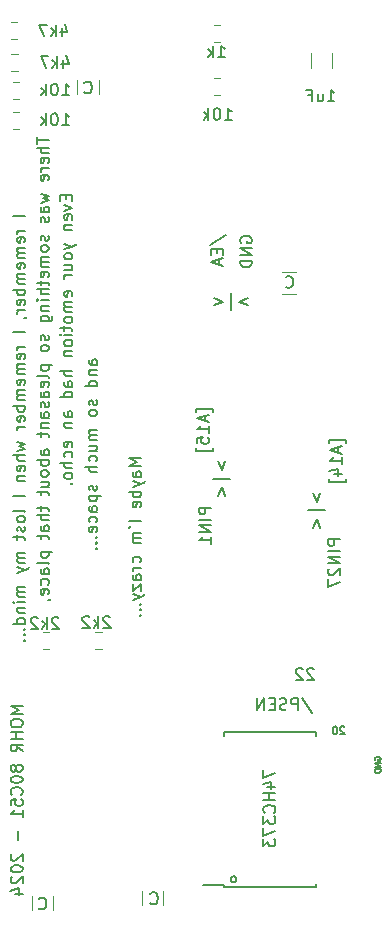
<source format=gbr>
%TF.GenerationSoftware,KiCad,Pcbnew,5.1.9+dfsg1-1+deb11u1*%
%TF.CreationDate,2024-10-31T16:52:42-07:00*%
%TF.ProjectId,8051,38303531-2e6b-4696-9361-645f70636258,rev?*%
%TF.SameCoordinates,Original*%
%TF.FileFunction,Legend,Bot*%
%TF.FilePolarity,Positive*%
%FSLAX46Y46*%
G04 Gerber Fmt 4.6, Leading zero omitted, Abs format (unit mm)*
G04 Created by KiCad (PCBNEW 5.1.9+dfsg1-1+deb11u1) date 2024-10-31 16:52:42*
%MOMM*%
%LPD*%
G01*
G04 APERTURE LIST*
%ADD10C,0.127000*%
%ADD11C,0.150000*%
%ADD12C,0.190500*%
%ADD13C,0.120000*%
G04 APERTURE END LIST*
D10*
X125183809Y-122212738D02*
X125153571Y-122182500D01*
X125093095Y-122152261D01*
X124941904Y-122152261D01*
X124881428Y-122182500D01*
X124851190Y-122212738D01*
X124820952Y-122273214D01*
X124820952Y-122333690D01*
X124851190Y-122424404D01*
X125214047Y-122787261D01*
X124820952Y-122787261D01*
X124427857Y-122152261D02*
X124367380Y-122152261D01*
X124306904Y-122182500D01*
X124276666Y-122212738D01*
X124246428Y-122273214D01*
X124216190Y-122394166D01*
X124216190Y-122545357D01*
X124246428Y-122666309D01*
X124276666Y-122726785D01*
X124306904Y-122757023D01*
X124367380Y-122787261D01*
X124427857Y-122787261D01*
X124488333Y-122757023D01*
X124518571Y-122726785D01*
X124548809Y-122666309D01*
X124579047Y-122545357D01*
X124579047Y-122394166D01*
X124548809Y-122273214D01*
X124518571Y-122212738D01*
X124488333Y-122182500D01*
X124427857Y-122152261D01*
D11*
X122611904Y-117297619D02*
X122564285Y-117250000D01*
X122469047Y-117202380D01*
X122230952Y-117202380D01*
X122135714Y-117250000D01*
X122088095Y-117297619D01*
X122040476Y-117392857D01*
X122040476Y-117488095D01*
X122088095Y-117630952D01*
X122659523Y-118202380D01*
X122040476Y-118202380D01*
X121659523Y-117297619D02*
X121611904Y-117250000D01*
X121516666Y-117202380D01*
X121278571Y-117202380D01*
X121183333Y-117250000D01*
X121135714Y-117297619D01*
X121088095Y-117392857D01*
X121088095Y-117488095D01*
X121135714Y-117630952D01*
X121707142Y-118202380D01*
X121088095Y-118202380D01*
D10*
X127796000Y-125012952D02*
X127771809Y-124964571D01*
X127771809Y-124892000D01*
X127796000Y-124819428D01*
X127844380Y-124771047D01*
X127892761Y-124746857D01*
X127989523Y-124722666D01*
X128062095Y-124722666D01*
X128158857Y-124746857D01*
X128207238Y-124771047D01*
X128255619Y-124819428D01*
X128279809Y-124892000D01*
X128279809Y-124940380D01*
X128255619Y-125012952D01*
X128231428Y-125037142D01*
X128062095Y-125037142D01*
X128062095Y-124940380D01*
X128279809Y-125254857D02*
X127771809Y-125254857D01*
X128279809Y-125545142D01*
X127771809Y-125545142D01*
X128279809Y-125787047D02*
X127771809Y-125787047D01*
X127771809Y-125908000D01*
X127796000Y-125980571D01*
X127844380Y-126028952D01*
X127892761Y-126053142D01*
X127989523Y-126077333D01*
X128062095Y-126077333D01*
X128158857Y-126053142D01*
X128207238Y-126028952D01*
X128255619Y-125980571D01*
X128279809Y-125908000D01*
X128279809Y-125787047D01*
D11*
X121573809Y-119704761D02*
X122430952Y-120990476D01*
X121240476Y-120752380D02*
X121240476Y-119752380D01*
X120859523Y-119752380D01*
X120764285Y-119800000D01*
X120716666Y-119847619D01*
X120669047Y-119942857D01*
X120669047Y-120085714D01*
X120716666Y-120180952D01*
X120764285Y-120228571D01*
X120859523Y-120276190D01*
X121240476Y-120276190D01*
X120288095Y-120704761D02*
X120145238Y-120752380D01*
X119907142Y-120752380D01*
X119811904Y-120704761D01*
X119764285Y-120657142D01*
X119716666Y-120561904D01*
X119716666Y-120466666D01*
X119764285Y-120371428D01*
X119811904Y-120323809D01*
X119907142Y-120276190D01*
X120097619Y-120228571D01*
X120192857Y-120180952D01*
X120240476Y-120133333D01*
X120288095Y-120038095D01*
X120288095Y-119942857D01*
X120240476Y-119847619D01*
X120192857Y-119800000D01*
X120097619Y-119752380D01*
X119859523Y-119752380D01*
X119716666Y-119800000D01*
X119288095Y-120228571D02*
X118954761Y-120228571D01*
X118811904Y-120752380D02*
X119288095Y-120752380D01*
X119288095Y-119752380D01*
X118811904Y-119752380D01*
X118383333Y-120752380D02*
X118383333Y-119752380D01*
X117811904Y-120752380D01*
X117811904Y-119752380D01*
X107952380Y-99457142D02*
X106952380Y-99457142D01*
X107666666Y-99790476D01*
X106952380Y-100123809D01*
X107952380Y-100123809D01*
X107952380Y-101028571D02*
X107428571Y-101028571D01*
X107333333Y-100980952D01*
X107285714Y-100885714D01*
X107285714Y-100695238D01*
X107333333Y-100600000D01*
X107904761Y-101028571D02*
X107952380Y-100933333D01*
X107952380Y-100695238D01*
X107904761Y-100600000D01*
X107809523Y-100552380D01*
X107714285Y-100552380D01*
X107619047Y-100600000D01*
X107571428Y-100695238D01*
X107571428Y-100933333D01*
X107523809Y-101028571D01*
X107285714Y-101409523D02*
X107952380Y-101647619D01*
X107285714Y-101885714D02*
X107952380Y-101647619D01*
X108190476Y-101552380D01*
X108238095Y-101504761D01*
X108285714Y-101409523D01*
X107952380Y-102266666D02*
X106952380Y-102266666D01*
X107333333Y-102266666D02*
X107285714Y-102361904D01*
X107285714Y-102552380D01*
X107333333Y-102647619D01*
X107380952Y-102695238D01*
X107476190Y-102742857D01*
X107761904Y-102742857D01*
X107857142Y-102695238D01*
X107904761Y-102647619D01*
X107952380Y-102552380D01*
X107952380Y-102361904D01*
X107904761Y-102266666D01*
X107904761Y-103552380D02*
X107952380Y-103457142D01*
X107952380Y-103266666D01*
X107904761Y-103171428D01*
X107809523Y-103123809D01*
X107428571Y-103123809D01*
X107333333Y-103171428D01*
X107285714Y-103266666D01*
X107285714Y-103457142D01*
X107333333Y-103552380D01*
X107428571Y-103600000D01*
X107523809Y-103600000D01*
X107619047Y-103123809D01*
X107952380Y-104790476D02*
X106952380Y-104790476D01*
X106952380Y-105314285D02*
X107142857Y-105219047D01*
X107952380Y-105742857D02*
X107285714Y-105742857D01*
X107380952Y-105742857D02*
X107333333Y-105790476D01*
X107285714Y-105885714D01*
X107285714Y-106028571D01*
X107333333Y-106123809D01*
X107428571Y-106171428D01*
X107952380Y-106171428D01*
X107428571Y-106171428D02*
X107333333Y-106219047D01*
X107285714Y-106314285D01*
X107285714Y-106457142D01*
X107333333Y-106552380D01*
X107428571Y-106600000D01*
X107952380Y-106600000D01*
X107904761Y-108266666D02*
X107952380Y-108171428D01*
X107952380Y-107980952D01*
X107904761Y-107885714D01*
X107857142Y-107838095D01*
X107761904Y-107790476D01*
X107476190Y-107790476D01*
X107380952Y-107838095D01*
X107333333Y-107885714D01*
X107285714Y-107980952D01*
X107285714Y-108171428D01*
X107333333Y-108266666D01*
X107952380Y-108695238D02*
X107285714Y-108695238D01*
X107476190Y-108695238D02*
X107380952Y-108742857D01*
X107333333Y-108790476D01*
X107285714Y-108885714D01*
X107285714Y-108980952D01*
X107952380Y-109742857D02*
X107428571Y-109742857D01*
X107333333Y-109695238D01*
X107285714Y-109600000D01*
X107285714Y-109409523D01*
X107333333Y-109314285D01*
X107904761Y-109742857D02*
X107952380Y-109647619D01*
X107952380Y-109409523D01*
X107904761Y-109314285D01*
X107809523Y-109266666D01*
X107714285Y-109266666D01*
X107619047Y-109314285D01*
X107571428Y-109409523D01*
X107571428Y-109647619D01*
X107523809Y-109742857D01*
X107285714Y-110123809D02*
X107285714Y-110647619D01*
X107952380Y-110123809D01*
X107952380Y-110647619D01*
X107285714Y-110933333D02*
X107952380Y-111171428D01*
X107285714Y-111409523D02*
X107952380Y-111171428D01*
X108190476Y-111076190D01*
X108238095Y-111028571D01*
X108285714Y-110933333D01*
X107857142Y-111790476D02*
X107904761Y-111838095D01*
X107952380Y-111790476D01*
X107904761Y-111742857D01*
X107857142Y-111790476D01*
X107952380Y-111790476D01*
X107857142Y-112266666D02*
X107904761Y-112314285D01*
X107952380Y-112266666D01*
X107904761Y-112219047D01*
X107857142Y-112266666D01*
X107952380Y-112266666D01*
X107857142Y-112742857D02*
X107904761Y-112790476D01*
X107952380Y-112742857D01*
X107904761Y-112695238D01*
X107857142Y-112742857D01*
X107952380Y-112742857D01*
X101628571Y-77185714D02*
X101628571Y-77519047D01*
X102152380Y-77661904D02*
X102152380Y-77185714D01*
X101152380Y-77185714D01*
X101152380Y-77661904D01*
X101485714Y-77995238D02*
X102152380Y-78233333D01*
X101485714Y-78471428D01*
X102104761Y-79233333D02*
X102152380Y-79138095D01*
X102152380Y-78947619D01*
X102104761Y-78852380D01*
X102009523Y-78804761D01*
X101628571Y-78804761D01*
X101533333Y-78852380D01*
X101485714Y-78947619D01*
X101485714Y-79138095D01*
X101533333Y-79233333D01*
X101628571Y-79280952D01*
X101723809Y-79280952D01*
X101819047Y-78804761D01*
X101485714Y-79709523D02*
X102152380Y-79709523D01*
X101580952Y-79709523D02*
X101533333Y-79757142D01*
X101485714Y-79852380D01*
X101485714Y-79995238D01*
X101533333Y-80090476D01*
X101628571Y-80138095D01*
X102152380Y-80138095D01*
X101485714Y-81280952D02*
X102152380Y-81519047D01*
X101485714Y-81757142D02*
X102152380Y-81519047D01*
X102390476Y-81423809D01*
X102438095Y-81376190D01*
X102485714Y-81280952D01*
X102152380Y-82280952D02*
X102104761Y-82185714D01*
X102057142Y-82138095D01*
X101961904Y-82090476D01*
X101676190Y-82090476D01*
X101580952Y-82138095D01*
X101533333Y-82185714D01*
X101485714Y-82280952D01*
X101485714Y-82423809D01*
X101533333Y-82519047D01*
X101580952Y-82566666D01*
X101676190Y-82614285D01*
X101961904Y-82614285D01*
X102057142Y-82566666D01*
X102104761Y-82519047D01*
X102152380Y-82423809D01*
X102152380Y-82280952D01*
X101485714Y-83471428D02*
X102152380Y-83471428D01*
X101485714Y-83042857D02*
X102009523Y-83042857D01*
X102104761Y-83090476D01*
X102152380Y-83185714D01*
X102152380Y-83328571D01*
X102104761Y-83423809D01*
X102057142Y-83471428D01*
X102152380Y-83947619D02*
X101485714Y-83947619D01*
X101676190Y-83947619D02*
X101580952Y-83995238D01*
X101533333Y-84042857D01*
X101485714Y-84138095D01*
X101485714Y-84233333D01*
X102104761Y-85709523D02*
X102152380Y-85614285D01*
X102152380Y-85423809D01*
X102104761Y-85328571D01*
X102009523Y-85280952D01*
X101628571Y-85280952D01*
X101533333Y-85328571D01*
X101485714Y-85423809D01*
X101485714Y-85614285D01*
X101533333Y-85709523D01*
X101628571Y-85757142D01*
X101723809Y-85757142D01*
X101819047Y-85280952D01*
X102152380Y-86185714D02*
X101485714Y-86185714D01*
X101580952Y-86185714D02*
X101533333Y-86233333D01*
X101485714Y-86328571D01*
X101485714Y-86471428D01*
X101533333Y-86566666D01*
X101628571Y-86614285D01*
X102152380Y-86614285D01*
X101628571Y-86614285D02*
X101533333Y-86661904D01*
X101485714Y-86757142D01*
X101485714Y-86899999D01*
X101533333Y-86995238D01*
X101628571Y-87042857D01*
X102152380Y-87042857D01*
X102152380Y-87661904D02*
X102104761Y-87566666D01*
X102057142Y-87519047D01*
X101961904Y-87471428D01*
X101676190Y-87471428D01*
X101580952Y-87519047D01*
X101533333Y-87566666D01*
X101485714Y-87661904D01*
X101485714Y-87804761D01*
X101533333Y-87899999D01*
X101580952Y-87947619D01*
X101676190Y-87995238D01*
X101961904Y-87995238D01*
X102057142Y-87947619D01*
X102104761Y-87899999D01*
X102152380Y-87804761D01*
X102152380Y-87661904D01*
X101485714Y-88280952D02*
X101485714Y-88661904D01*
X101152380Y-88423809D02*
X102009523Y-88423809D01*
X102104761Y-88471428D01*
X102152380Y-88566666D01*
X102152380Y-88661904D01*
X102152380Y-88995238D02*
X101485714Y-88995238D01*
X101152380Y-88995238D02*
X101200000Y-88947619D01*
X101247619Y-88995238D01*
X101200000Y-89042857D01*
X101152380Y-88995238D01*
X101247619Y-88995238D01*
X102152380Y-89614285D02*
X102104761Y-89519047D01*
X102057142Y-89471428D01*
X101961904Y-89423809D01*
X101676190Y-89423809D01*
X101580952Y-89471428D01*
X101533333Y-89519047D01*
X101485714Y-89614285D01*
X101485714Y-89757142D01*
X101533333Y-89852380D01*
X101580952Y-89899999D01*
X101676190Y-89947619D01*
X101961904Y-89947619D01*
X102057142Y-89899999D01*
X102104761Y-89852380D01*
X102152380Y-89757142D01*
X102152380Y-89614285D01*
X101485714Y-90376190D02*
X102152380Y-90376190D01*
X101580952Y-90376190D02*
X101533333Y-90423809D01*
X101485714Y-90519047D01*
X101485714Y-90661904D01*
X101533333Y-90757142D01*
X101628571Y-90804761D01*
X102152380Y-90804761D01*
X102152380Y-92042857D02*
X101152380Y-92042857D01*
X102152380Y-92471428D02*
X101628571Y-92471428D01*
X101533333Y-92423809D01*
X101485714Y-92328571D01*
X101485714Y-92185714D01*
X101533333Y-92090476D01*
X101580952Y-92042857D01*
X102152380Y-93376190D02*
X101628571Y-93376190D01*
X101533333Y-93328571D01*
X101485714Y-93233333D01*
X101485714Y-93042857D01*
X101533333Y-92947619D01*
X102104761Y-93376190D02*
X102152380Y-93280952D01*
X102152380Y-93042857D01*
X102104761Y-92947619D01*
X102009523Y-92899999D01*
X101914285Y-92899999D01*
X101819047Y-92947619D01*
X101771428Y-93042857D01*
X101771428Y-93280952D01*
X101723809Y-93376190D01*
X102152380Y-94280952D02*
X101152380Y-94280952D01*
X102104761Y-94280952D02*
X102152380Y-94185714D01*
X102152380Y-93995238D01*
X102104761Y-93899999D01*
X102057142Y-93852380D01*
X101961904Y-93804761D01*
X101676190Y-93804761D01*
X101580952Y-93852380D01*
X101533333Y-93899999D01*
X101485714Y-93995238D01*
X101485714Y-94185714D01*
X101533333Y-94280952D01*
X102152380Y-95947619D02*
X101628571Y-95947619D01*
X101533333Y-95899999D01*
X101485714Y-95804761D01*
X101485714Y-95614285D01*
X101533333Y-95519047D01*
X102104761Y-95947619D02*
X102152380Y-95852380D01*
X102152380Y-95614285D01*
X102104761Y-95519047D01*
X102009523Y-95471428D01*
X101914285Y-95471428D01*
X101819047Y-95519047D01*
X101771428Y-95614285D01*
X101771428Y-95852380D01*
X101723809Y-95947619D01*
X101485714Y-96423809D02*
X102152380Y-96423809D01*
X101580952Y-96423809D02*
X101533333Y-96471428D01*
X101485714Y-96566666D01*
X101485714Y-96709523D01*
X101533333Y-96804761D01*
X101628571Y-96852380D01*
X102152380Y-96852380D01*
X102104761Y-98471428D02*
X102152380Y-98376190D01*
X102152380Y-98185714D01*
X102104761Y-98090476D01*
X102009523Y-98042857D01*
X101628571Y-98042857D01*
X101533333Y-98090476D01*
X101485714Y-98185714D01*
X101485714Y-98376190D01*
X101533333Y-98471428D01*
X101628571Y-98519047D01*
X101723809Y-98519047D01*
X101819047Y-98042857D01*
X102104761Y-99376190D02*
X102152380Y-99280952D01*
X102152380Y-99090476D01*
X102104761Y-98995238D01*
X102057142Y-98947619D01*
X101961904Y-98899999D01*
X101676190Y-98899999D01*
X101580952Y-98947619D01*
X101533333Y-98995238D01*
X101485714Y-99090476D01*
X101485714Y-99280952D01*
X101533333Y-99376190D01*
X102152380Y-99804761D02*
X101152380Y-99804761D01*
X102152380Y-100233333D02*
X101628571Y-100233333D01*
X101533333Y-100185714D01*
X101485714Y-100090476D01*
X101485714Y-99947619D01*
X101533333Y-99852380D01*
X101580952Y-99804761D01*
X102152380Y-100852380D02*
X102104761Y-100757142D01*
X102057142Y-100709523D01*
X101961904Y-100661904D01*
X101676190Y-100661904D01*
X101580952Y-100709523D01*
X101533333Y-100757142D01*
X101485714Y-100852380D01*
X101485714Y-100995238D01*
X101533333Y-101090476D01*
X101580952Y-101138095D01*
X101676190Y-101185714D01*
X101961904Y-101185714D01*
X102057142Y-101138095D01*
X102104761Y-101090476D01*
X102152380Y-100995238D01*
X102152380Y-100852380D01*
X102057142Y-101614285D02*
X102104761Y-101661904D01*
X102152380Y-101614285D01*
X102104761Y-101566666D01*
X102057142Y-101614285D01*
X102152380Y-101614285D01*
X99152380Y-72233333D02*
X99152380Y-72804761D01*
X100152380Y-72519047D02*
X99152380Y-72519047D01*
X100152380Y-73138095D02*
X99152380Y-73138095D01*
X100152380Y-73566666D02*
X99628571Y-73566666D01*
X99533333Y-73519047D01*
X99485714Y-73423809D01*
X99485714Y-73280952D01*
X99533333Y-73185714D01*
X99580952Y-73138095D01*
X100104761Y-74423809D02*
X100152380Y-74328571D01*
X100152380Y-74138095D01*
X100104761Y-74042857D01*
X100009523Y-73995238D01*
X99628571Y-73995238D01*
X99533333Y-74042857D01*
X99485714Y-74138095D01*
X99485714Y-74328571D01*
X99533333Y-74423809D01*
X99628571Y-74471428D01*
X99723809Y-74471428D01*
X99819047Y-73995238D01*
X100152380Y-74900000D02*
X99485714Y-74900000D01*
X99676190Y-74900000D02*
X99580952Y-74947619D01*
X99533333Y-74995238D01*
X99485714Y-75090476D01*
X99485714Y-75185714D01*
X100104761Y-75900000D02*
X100152380Y-75804761D01*
X100152380Y-75614285D01*
X100104761Y-75519047D01*
X100009523Y-75471428D01*
X99628571Y-75471428D01*
X99533333Y-75519047D01*
X99485714Y-75614285D01*
X99485714Y-75804761D01*
X99533333Y-75900000D01*
X99628571Y-75947619D01*
X99723809Y-75947619D01*
X99819047Y-75471428D01*
X99485714Y-77042857D02*
X100152380Y-77233333D01*
X99676190Y-77423809D01*
X100152380Y-77614285D01*
X99485714Y-77804761D01*
X100152380Y-78614285D02*
X99628571Y-78614285D01*
X99533333Y-78566666D01*
X99485714Y-78471428D01*
X99485714Y-78280952D01*
X99533333Y-78185714D01*
X100104761Y-78614285D02*
X100152380Y-78519047D01*
X100152380Y-78280952D01*
X100104761Y-78185714D01*
X100009523Y-78138095D01*
X99914285Y-78138095D01*
X99819047Y-78185714D01*
X99771428Y-78280952D01*
X99771428Y-78519047D01*
X99723809Y-78614285D01*
X100104761Y-79042857D02*
X100152380Y-79138095D01*
X100152380Y-79328571D01*
X100104761Y-79423809D01*
X100009523Y-79471428D01*
X99961904Y-79471428D01*
X99866666Y-79423809D01*
X99819047Y-79328571D01*
X99819047Y-79185714D01*
X99771428Y-79090476D01*
X99676190Y-79042857D01*
X99628571Y-79042857D01*
X99533333Y-79090476D01*
X99485714Y-79185714D01*
X99485714Y-79328571D01*
X99533333Y-79423809D01*
X100104761Y-80614285D02*
X100152380Y-80709523D01*
X100152380Y-80900000D01*
X100104761Y-80995238D01*
X100009523Y-81042857D01*
X99961904Y-81042857D01*
X99866666Y-80995238D01*
X99819047Y-80900000D01*
X99819047Y-80757142D01*
X99771428Y-80661904D01*
X99676190Y-80614285D01*
X99628571Y-80614285D01*
X99533333Y-80661904D01*
X99485714Y-80757142D01*
X99485714Y-80900000D01*
X99533333Y-80995238D01*
X100152380Y-81614285D02*
X100104761Y-81519047D01*
X100057142Y-81471428D01*
X99961904Y-81423809D01*
X99676190Y-81423809D01*
X99580952Y-81471428D01*
X99533333Y-81519047D01*
X99485714Y-81614285D01*
X99485714Y-81757142D01*
X99533333Y-81852380D01*
X99580952Y-81900000D01*
X99676190Y-81947619D01*
X99961904Y-81947619D01*
X100057142Y-81900000D01*
X100104761Y-81852380D01*
X100152380Y-81757142D01*
X100152380Y-81614285D01*
X100152380Y-82376190D02*
X99485714Y-82376190D01*
X99580952Y-82376190D02*
X99533333Y-82423809D01*
X99485714Y-82519047D01*
X99485714Y-82661904D01*
X99533333Y-82757142D01*
X99628571Y-82804761D01*
X100152380Y-82804761D01*
X99628571Y-82804761D02*
X99533333Y-82852380D01*
X99485714Y-82947619D01*
X99485714Y-83090476D01*
X99533333Y-83185714D01*
X99628571Y-83233333D01*
X100152380Y-83233333D01*
X100104761Y-84090476D02*
X100152380Y-83995238D01*
X100152380Y-83804761D01*
X100104761Y-83709523D01*
X100009523Y-83661904D01*
X99628571Y-83661904D01*
X99533333Y-83709523D01*
X99485714Y-83804761D01*
X99485714Y-83995238D01*
X99533333Y-84090476D01*
X99628571Y-84138095D01*
X99723809Y-84138095D01*
X99819047Y-83661904D01*
X99485714Y-84423809D02*
X99485714Y-84804761D01*
X99152380Y-84566666D02*
X100009523Y-84566666D01*
X100104761Y-84614285D01*
X100152380Y-84709523D01*
X100152380Y-84804761D01*
X100152380Y-85138095D02*
X99152380Y-85138095D01*
X100152380Y-85566666D02*
X99628571Y-85566666D01*
X99533333Y-85519047D01*
X99485714Y-85423809D01*
X99485714Y-85280952D01*
X99533333Y-85185714D01*
X99580952Y-85138095D01*
X100152380Y-86042857D02*
X99485714Y-86042857D01*
X99152380Y-86042857D02*
X99200000Y-85995238D01*
X99247619Y-86042857D01*
X99200000Y-86090476D01*
X99152380Y-86042857D01*
X99247619Y-86042857D01*
X99485714Y-86519047D02*
X100152380Y-86519047D01*
X99580952Y-86519047D02*
X99533333Y-86566666D01*
X99485714Y-86661904D01*
X99485714Y-86804761D01*
X99533333Y-86900000D01*
X99628571Y-86947619D01*
X100152380Y-86947619D01*
X99485714Y-87852380D02*
X100295238Y-87852380D01*
X100390476Y-87804761D01*
X100438095Y-87757142D01*
X100485714Y-87661904D01*
X100485714Y-87519047D01*
X100438095Y-87423809D01*
X100104761Y-87852380D02*
X100152380Y-87757142D01*
X100152380Y-87566666D01*
X100104761Y-87471428D01*
X100057142Y-87423809D01*
X99961904Y-87376190D01*
X99676190Y-87376190D01*
X99580952Y-87423809D01*
X99533333Y-87471428D01*
X99485714Y-87566666D01*
X99485714Y-87757142D01*
X99533333Y-87852380D01*
X100104761Y-89042857D02*
X100152380Y-89138095D01*
X100152380Y-89328571D01*
X100104761Y-89423809D01*
X100009523Y-89471428D01*
X99961904Y-89471428D01*
X99866666Y-89423809D01*
X99819047Y-89328571D01*
X99819047Y-89185714D01*
X99771428Y-89090476D01*
X99676190Y-89042857D01*
X99628571Y-89042857D01*
X99533333Y-89090476D01*
X99485714Y-89185714D01*
X99485714Y-89328571D01*
X99533333Y-89423809D01*
X100152380Y-90042857D02*
X100104761Y-89947619D01*
X100057142Y-89899999D01*
X99961904Y-89852380D01*
X99676190Y-89852380D01*
X99580952Y-89899999D01*
X99533333Y-89947619D01*
X99485714Y-90042857D01*
X99485714Y-90185714D01*
X99533333Y-90280952D01*
X99580952Y-90328571D01*
X99676190Y-90376190D01*
X99961904Y-90376190D01*
X100057142Y-90328571D01*
X100104761Y-90280952D01*
X100152380Y-90185714D01*
X100152380Y-90042857D01*
X99485714Y-91566666D02*
X100485714Y-91566666D01*
X99533333Y-91566666D02*
X99485714Y-91661904D01*
X99485714Y-91852380D01*
X99533333Y-91947619D01*
X99580952Y-91995238D01*
X99676190Y-92042857D01*
X99961904Y-92042857D01*
X100057142Y-91995238D01*
X100104761Y-91947619D01*
X100152380Y-91852380D01*
X100152380Y-91661904D01*
X100104761Y-91566666D01*
X100152380Y-92614285D02*
X100104761Y-92519047D01*
X100009523Y-92471428D01*
X99152380Y-92471428D01*
X100104761Y-93376190D02*
X100152380Y-93280952D01*
X100152380Y-93090476D01*
X100104761Y-92995238D01*
X100009523Y-92947619D01*
X99628571Y-92947619D01*
X99533333Y-92995238D01*
X99485714Y-93090476D01*
X99485714Y-93280952D01*
X99533333Y-93376190D01*
X99628571Y-93423809D01*
X99723809Y-93423809D01*
X99819047Y-92947619D01*
X100152380Y-94280952D02*
X99628571Y-94280952D01*
X99533333Y-94233333D01*
X99485714Y-94138095D01*
X99485714Y-93947619D01*
X99533333Y-93852380D01*
X100104761Y-94280952D02*
X100152380Y-94185714D01*
X100152380Y-93947619D01*
X100104761Y-93852380D01*
X100009523Y-93804761D01*
X99914285Y-93804761D01*
X99819047Y-93852380D01*
X99771428Y-93947619D01*
X99771428Y-94185714D01*
X99723809Y-94280952D01*
X100104761Y-94709523D02*
X100152380Y-94804761D01*
X100152380Y-94995238D01*
X100104761Y-95090476D01*
X100009523Y-95138095D01*
X99961904Y-95138095D01*
X99866666Y-95090476D01*
X99819047Y-94995238D01*
X99819047Y-94852380D01*
X99771428Y-94757142D01*
X99676190Y-94709523D01*
X99628571Y-94709523D01*
X99533333Y-94757142D01*
X99485714Y-94852380D01*
X99485714Y-94995238D01*
X99533333Y-95090476D01*
X100152380Y-95995238D02*
X99628571Y-95995238D01*
X99533333Y-95947619D01*
X99485714Y-95852380D01*
X99485714Y-95661904D01*
X99533333Y-95566666D01*
X100104761Y-95995238D02*
X100152380Y-95899999D01*
X100152380Y-95661904D01*
X100104761Y-95566666D01*
X100009523Y-95519047D01*
X99914285Y-95519047D01*
X99819047Y-95566666D01*
X99771428Y-95661904D01*
X99771428Y-95899999D01*
X99723809Y-95995238D01*
X99485714Y-96471428D02*
X100152380Y-96471428D01*
X99580952Y-96471428D02*
X99533333Y-96519047D01*
X99485714Y-96614285D01*
X99485714Y-96757142D01*
X99533333Y-96852380D01*
X99628571Y-96899999D01*
X100152380Y-96899999D01*
X99485714Y-97233333D02*
X99485714Y-97614285D01*
X99152380Y-97376190D02*
X100009523Y-97376190D01*
X100104761Y-97423809D01*
X100152380Y-97519047D01*
X100152380Y-97614285D01*
X100152380Y-99138095D02*
X99628571Y-99138095D01*
X99533333Y-99090476D01*
X99485714Y-98995238D01*
X99485714Y-98804761D01*
X99533333Y-98709523D01*
X100104761Y-99138095D02*
X100152380Y-99042857D01*
X100152380Y-98804761D01*
X100104761Y-98709523D01*
X100009523Y-98661904D01*
X99914285Y-98661904D01*
X99819047Y-98709523D01*
X99771428Y-98804761D01*
X99771428Y-99042857D01*
X99723809Y-99138095D01*
X100152380Y-99614285D02*
X99152380Y-99614285D01*
X99533333Y-99614285D02*
X99485714Y-99709523D01*
X99485714Y-99899999D01*
X99533333Y-99995238D01*
X99580952Y-100042857D01*
X99676190Y-100090476D01*
X99961904Y-100090476D01*
X100057142Y-100042857D01*
X100104761Y-99995238D01*
X100152380Y-99899999D01*
X100152380Y-99709523D01*
X100104761Y-99614285D01*
X100152380Y-100661904D02*
X100104761Y-100566666D01*
X100057142Y-100519047D01*
X99961904Y-100471428D01*
X99676190Y-100471428D01*
X99580952Y-100519047D01*
X99533333Y-100566666D01*
X99485714Y-100661904D01*
X99485714Y-100804761D01*
X99533333Y-100899999D01*
X99580952Y-100947619D01*
X99676190Y-100995238D01*
X99961904Y-100995238D01*
X100057142Y-100947619D01*
X100104761Y-100899999D01*
X100152380Y-100804761D01*
X100152380Y-100661904D01*
X99485714Y-101852380D02*
X100152380Y-101852380D01*
X99485714Y-101423809D02*
X100009523Y-101423809D01*
X100104761Y-101471428D01*
X100152380Y-101566666D01*
X100152380Y-101709523D01*
X100104761Y-101804761D01*
X100057142Y-101852380D01*
X99485714Y-102185714D02*
X99485714Y-102566666D01*
X99152380Y-102328571D02*
X100009523Y-102328571D01*
X100104761Y-102376190D01*
X100152380Y-102471428D01*
X100152380Y-102566666D01*
X99485714Y-103519047D02*
X99485714Y-103899999D01*
X99152380Y-103661904D02*
X100009523Y-103661904D01*
X100104761Y-103709523D01*
X100152380Y-103804761D01*
X100152380Y-103899999D01*
X100152380Y-104233333D02*
X99152380Y-104233333D01*
X100152380Y-104661904D02*
X99628571Y-104661904D01*
X99533333Y-104614285D01*
X99485714Y-104519047D01*
X99485714Y-104376190D01*
X99533333Y-104280952D01*
X99580952Y-104233333D01*
X100152380Y-105566666D02*
X99628571Y-105566666D01*
X99533333Y-105519047D01*
X99485714Y-105423809D01*
X99485714Y-105233333D01*
X99533333Y-105138095D01*
X100104761Y-105566666D02*
X100152380Y-105471428D01*
X100152380Y-105233333D01*
X100104761Y-105138095D01*
X100009523Y-105090476D01*
X99914285Y-105090476D01*
X99819047Y-105138095D01*
X99771428Y-105233333D01*
X99771428Y-105471428D01*
X99723809Y-105566666D01*
X99485714Y-105899999D02*
X99485714Y-106280952D01*
X99152380Y-106042857D02*
X100009523Y-106042857D01*
X100104761Y-106090476D01*
X100152380Y-106185714D01*
X100152380Y-106280952D01*
X99485714Y-107376190D02*
X100485714Y-107376190D01*
X99533333Y-107376190D02*
X99485714Y-107471428D01*
X99485714Y-107661904D01*
X99533333Y-107757142D01*
X99580952Y-107804761D01*
X99676190Y-107852380D01*
X99961904Y-107852380D01*
X100057142Y-107804761D01*
X100104761Y-107757142D01*
X100152380Y-107661904D01*
X100152380Y-107471428D01*
X100104761Y-107376190D01*
X100152380Y-108423809D02*
X100104761Y-108328571D01*
X100009523Y-108280952D01*
X99152380Y-108280952D01*
X100152380Y-109233333D02*
X99628571Y-109233333D01*
X99533333Y-109185714D01*
X99485714Y-109090476D01*
X99485714Y-108899999D01*
X99533333Y-108804761D01*
X100104761Y-109233333D02*
X100152380Y-109138095D01*
X100152380Y-108899999D01*
X100104761Y-108804761D01*
X100009523Y-108757142D01*
X99914285Y-108757142D01*
X99819047Y-108804761D01*
X99771428Y-108899999D01*
X99771428Y-109138095D01*
X99723809Y-109233333D01*
X100104761Y-110138095D02*
X100152380Y-110042857D01*
X100152380Y-109852380D01*
X100104761Y-109757142D01*
X100057142Y-109709523D01*
X99961904Y-109661904D01*
X99676190Y-109661904D01*
X99580952Y-109709523D01*
X99533333Y-109757142D01*
X99485714Y-109852380D01*
X99485714Y-110042857D01*
X99533333Y-110138095D01*
X100104761Y-110947619D02*
X100152380Y-110852380D01*
X100152380Y-110661904D01*
X100104761Y-110566666D01*
X100009523Y-110519047D01*
X99628571Y-110519047D01*
X99533333Y-110566666D01*
X99485714Y-110661904D01*
X99485714Y-110852380D01*
X99533333Y-110947619D01*
X99628571Y-110995238D01*
X99723809Y-110995238D01*
X99819047Y-110519047D01*
X100104761Y-111471428D02*
X100152380Y-111471428D01*
X100247619Y-111423809D01*
X100295238Y-111376190D01*
X104252380Y-91528571D02*
X103728571Y-91528571D01*
X103633333Y-91480952D01*
X103585714Y-91385714D01*
X103585714Y-91195238D01*
X103633333Y-91100000D01*
X104204761Y-91528571D02*
X104252380Y-91433333D01*
X104252380Y-91195238D01*
X104204761Y-91100000D01*
X104109523Y-91052380D01*
X104014285Y-91052380D01*
X103919047Y-91100000D01*
X103871428Y-91195238D01*
X103871428Y-91433333D01*
X103823809Y-91528571D01*
X103585714Y-92004761D02*
X104252380Y-92004761D01*
X103680952Y-92004761D02*
X103633333Y-92052380D01*
X103585714Y-92147619D01*
X103585714Y-92290476D01*
X103633333Y-92385714D01*
X103728571Y-92433333D01*
X104252380Y-92433333D01*
X104252380Y-93338095D02*
X103252380Y-93338095D01*
X104204761Y-93338095D02*
X104252380Y-93242857D01*
X104252380Y-93052380D01*
X104204761Y-92957142D01*
X104157142Y-92909523D01*
X104061904Y-92861904D01*
X103776190Y-92861904D01*
X103680952Y-92909523D01*
X103633333Y-92957142D01*
X103585714Y-93052380D01*
X103585714Y-93242857D01*
X103633333Y-93338095D01*
X104204761Y-94528571D02*
X104252380Y-94623809D01*
X104252380Y-94814285D01*
X104204761Y-94909523D01*
X104109523Y-94957142D01*
X104061904Y-94957142D01*
X103966666Y-94909523D01*
X103919047Y-94814285D01*
X103919047Y-94671428D01*
X103871428Y-94576190D01*
X103776190Y-94528571D01*
X103728571Y-94528571D01*
X103633333Y-94576190D01*
X103585714Y-94671428D01*
X103585714Y-94814285D01*
X103633333Y-94909523D01*
X104252380Y-95528571D02*
X104204761Y-95433333D01*
X104157142Y-95385714D01*
X104061904Y-95338095D01*
X103776190Y-95338095D01*
X103680952Y-95385714D01*
X103633333Y-95433333D01*
X103585714Y-95528571D01*
X103585714Y-95671428D01*
X103633333Y-95766666D01*
X103680952Y-95814285D01*
X103776190Y-95861904D01*
X104061904Y-95861904D01*
X104157142Y-95814285D01*
X104204761Y-95766666D01*
X104252380Y-95671428D01*
X104252380Y-95528571D01*
X104252380Y-97052380D02*
X103585714Y-97052380D01*
X103680952Y-97052380D02*
X103633333Y-97100000D01*
X103585714Y-97195238D01*
X103585714Y-97338095D01*
X103633333Y-97433333D01*
X103728571Y-97480952D01*
X104252380Y-97480952D01*
X103728571Y-97480952D02*
X103633333Y-97528571D01*
X103585714Y-97623809D01*
X103585714Y-97766666D01*
X103633333Y-97861904D01*
X103728571Y-97909523D01*
X104252380Y-97909523D01*
X103585714Y-98814285D02*
X104252380Y-98814285D01*
X103585714Y-98385714D02*
X104109523Y-98385714D01*
X104204761Y-98433333D01*
X104252380Y-98528571D01*
X104252380Y-98671428D01*
X104204761Y-98766666D01*
X104157142Y-98814285D01*
X104204761Y-99719047D02*
X104252380Y-99623809D01*
X104252380Y-99433333D01*
X104204761Y-99338095D01*
X104157142Y-99290476D01*
X104061904Y-99242857D01*
X103776190Y-99242857D01*
X103680952Y-99290476D01*
X103633333Y-99338095D01*
X103585714Y-99433333D01*
X103585714Y-99623809D01*
X103633333Y-99719047D01*
X104252380Y-100147619D02*
X103252380Y-100147619D01*
X104252380Y-100576190D02*
X103728571Y-100576190D01*
X103633333Y-100528571D01*
X103585714Y-100433333D01*
X103585714Y-100290476D01*
X103633333Y-100195238D01*
X103680952Y-100147619D01*
X104204761Y-101766666D02*
X104252380Y-101861904D01*
X104252380Y-102052380D01*
X104204761Y-102147619D01*
X104109523Y-102195238D01*
X104061904Y-102195238D01*
X103966666Y-102147619D01*
X103919047Y-102052380D01*
X103919047Y-101909523D01*
X103871428Y-101814285D01*
X103776190Y-101766666D01*
X103728571Y-101766666D01*
X103633333Y-101814285D01*
X103585714Y-101909523D01*
X103585714Y-102052380D01*
X103633333Y-102147619D01*
X103585714Y-102623809D02*
X104585714Y-102623809D01*
X103633333Y-102623809D02*
X103585714Y-102719047D01*
X103585714Y-102909523D01*
X103633333Y-103004761D01*
X103680952Y-103052380D01*
X103776190Y-103100000D01*
X104061904Y-103100000D01*
X104157142Y-103052380D01*
X104204761Y-103004761D01*
X104252380Y-102909523D01*
X104252380Y-102719047D01*
X104204761Y-102623809D01*
X104252380Y-103957142D02*
X103728571Y-103957142D01*
X103633333Y-103909523D01*
X103585714Y-103814285D01*
X103585714Y-103623809D01*
X103633333Y-103528571D01*
X104204761Y-103957142D02*
X104252380Y-103861904D01*
X104252380Y-103623809D01*
X104204761Y-103528571D01*
X104109523Y-103480952D01*
X104014285Y-103480952D01*
X103919047Y-103528571D01*
X103871428Y-103623809D01*
X103871428Y-103861904D01*
X103823809Y-103957142D01*
X104204761Y-104861904D02*
X104252380Y-104766666D01*
X104252380Y-104576190D01*
X104204761Y-104480952D01*
X104157142Y-104433333D01*
X104061904Y-104385714D01*
X103776190Y-104385714D01*
X103680952Y-104433333D01*
X103633333Y-104480952D01*
X103585714Y-104576190D01*
X103585714Y-104766666D01*
X103633333Y-104861904D01*
X104204761Y-105671428D02*
X104252380Y-105576190D01*
X104252380Y-105385714D01*
X104204761Y-105290476D01*
X104109523Y-105242857D01*
X103728571Y-105242857D01*
X103633333Y-105290476D01*
X103585714Y-105385714D01*
X103585714Y-105576190D01*
X103633333Y-105671428D01*
X103728571Y-105719047D01*
X103823809Y-105719047D01*
X103919047Y-105242857D01*
X104157142Y-106147619D02*
X104204761Y-106195238D01*
X104252380Y-106147619D01*
X104204761Y-106100000D01*
X104157142Y-106147619D01*
X104252380Y-106147619D01*
X104157142Y-106623809D02*
X104204761Y-106671428D01*
X104252380Y-106623809D01*
X104204761Y-106576190D01*
X104157142Y-106623809D01*
X104252380Y-106623809D01*
X104157142Y-107100000D02*
X104204761Y-107147619D01*
X104252380Y-107100000D01*
X104204761Y-107052380D01*
X104157142Y-107100000D01*
X104252380Y-107100000D01*
X98152380Y-78923809D02*
X97152380Y-78923809D01*
X98152380Y-80161904D02*
X97485714Y-80161904D01*
X97676190Y-80161904D02*
X97580952Y-80209523D01*
X97533333Y-80257142D01*
X97485714Y-80352380D01*
X97485714Y-80447619D01*
X98104761Y-81161904D02*
X98152380Y-81066666D01*
X98152380Y-80876190D01*
X98104761Y-80780952D01*
X98009523Y-80733333D01*
X97628571Y-80733333D01*
X97533333Y-80780952D01*
X97485714Y-80876190D01*
X97485714Y-81066666D01*
X97533333Y-81161904D01*
X97628571Y-81209523D01*
X97723809Y-81209523D01*
X97819047Y-80733333D01*
X98152380Y-81638095D02*
X97485714Y-81638095D01*
X97580952Y-81638095D02*
X97533333Y-81685714D01*
X97485714Y-81780952D01*
X97485714Y-81923809D01*
X97533333Y-82019047D01*
X97628571Y-82066666D01*
X98152380Y-82066666D01*
X97628571Y-82066666D02*
X97533333Y-82114285D01*
X97485714Y-82209523D01*
X97485714Y-82352380D01*
X97533333Y-82447619D01*
X97628571Y-82495238D01*
X98152380Y-82495238D01*
X98104761Y-83352380D02*
X98152380Y-83257142D01*
X98152380Y-83066666D01*
X98104761Y-82971428D01*
X98009523Y-82923809D01*
X97628571Y-82923809D01*
X97533333Y-82971428D01*
X97485714Y-83066666D01*
X97485714Y-83257142D01*
X97533333Y-83352380D01*
X97628571Y-83400000D01*
X97723809Y-83400000D01*
X97819047Y-82923809D01*
X98152380Y-83828571D02*
X97485714Y-83828571D01*
X97580952Y-83828571D02*
X97533333Y-83876190D01*
X97485714Y-83971428D01*
X97485714Y-84114285D01*
X97533333Y-84209523D01*
X97628571Y-84257142D01*
X98152380Y-84257142D01*
X97628571Y-84257142D02*
X97533333Y-84304761D01*
X97485714Y-84400000D01*
X97485714Y-84542857D01*
X97533333Y-84638095D01*
X97628571Y-84685714D01*
X98152380Y-84685714D01*
X98152380Y-85161904D02*
X97152380Y-85161904D01*
X97533333Y-85161904D02*
X97485714Y-85257142D01*
X97485714Y-85447619D01*
X97533333Y-85542857D01*
X97580952Y-85590476D01*
X97676190Y-85638095D01*
X97961904Y-85638095D01*
X98057142Y-85590476D01*
X98104761Y-85542857D01*
X98152380Y-85447619D01*
X98152380Y-85257142D01*
X98104761Y-85161904D01*
X98104761Y-86447619D02*
X98152380Y-86352380D01*
X98152380Y-86161904D01*
X98104761Y-86066666D01*
X98009523Y-86019047D01*
X97628571Y-86019047D01*
X97533333Y-86066666D01*
X97485714Y-86161904D01*
X97485714Y-86352380D01*
X97533333Y-86447619D01*
X97628571Y-86495238D01*
X97723809Y-86495238D01*
X97819047Y-86019047D01*
X98152380Y-86923809D02*
X97485714Y-86923809D01*
X97676190Y-86923809D02*
X97580952Y-86971428D01*
X97533333Y-87019047D01*
X97485714Y-87114285D01*
X97485714Y-87209523D01*
X98104761Y-87590476D02*
X98152380Y-87590476D01*
X98247619Y-87542857D01*
X98295238Y-87495238D01*
X98152380Y-88780952D02*
X97152380Y-88780952D01*
X98152380Y-90019047D02*
X97485714Y-90019047D01*
X97676190Y-90019047D02*
X97580952Y-90066666D01*
X97533333Y-90114285D01*
X97485714Y-90209523D01*
X97485714Y-90304761D01*
X98104761Y-91019047D02*
X98152380Y-90923809D01*
X98152380Y-90733333D01*
X98104761Y-90638095D01*
X98009523Y-90590476D01*
X97628571Y-90590476D01*
X97533333Y-90638095D01*
X97485714Y-90733333D01*
X97485714Y-90923809D01*
X97533333Y-91019047D01*
X97628571Y-91066666D01*
X97723809Y-91066666D01*
X97819047Y-90590476D01*
X98152380Y-91495238D02*
X97485714Y-91495238D01*
X97580952Y-91495238D02*
X97533333Y-91542857D01*
X97485714Y-91638095D01*
X97485714Y-91780952D01*
X97533333Y-91876190D01*
X97628571Y-91923809D01*
X98152380Y-91923809D01*
X97628571Y-91923809D02*
X97533333Y-91971428D01*
X97485714Y-92066666D01*
X97485714Y-92209523D01*
X97533333Y-92304761D01*
X97628571Y-92352380D01*
X98152380Y-92352380D01*
X98104761Y-93209523D02*
X98152380Y-93114285D01*
X98152380Y-92923809D01*
X98104761Y-92828571D01*
X98009523Y-92780952D01*
X97628571Y-92780952D01*
X97533333Y-92828571D01*
X97485714Y-92923809D01*
X97485714Y-93114285D01*
X97533333Y-93209523D01*
X97628571Y-93257142D01*
X97723809Y-93257142D01*
X97819047Y-92780952D01*
X98152380Y-93685714D02*
X97485714Y-93685714D01*
X97580952Y-93685714D02*
X97533333Y-93733333D01*
X97485714Y-93828571D01*
X97485714Y-93971428D01*
X97533333Y-94066666D01*
X97628571Y-94114285D01*
X98152380Y-94114285D01*
X97628571Y-94114285D02*
X97533333Y-94161904D01*
X97485714Y-94257142D01*
X97485714Y-94400000D01*
X97533333Y-94495238D01*
X97628571Y-94542857D01*
X98152380Y-94542857D01*
X98152380Y-95019047D02*
X97152380Y-95019047D01*
X97533333Y-95019047D02*
X97485714Y-95114285D01*
X97485714Y-95304761D01*
X97533333Y-95400000D01*
X97580952Y-95447619D01*
X97676190Y-95495238D01*
X97961904Y-95495238D01*
X98057142Y-95447619D01*
X98104761Y-95400000D01*
X98152380Y-95304761D01*
X98152380Y-95114285D01*
X98104761Y-95019047D01*
X98104761Y-96304761D02*
X98152380Y-96209523D01*
X98152380Y-96019047D01*
X98104761Y-95923809D01*
X98009523Y-95876190D01*
X97628571Y-95876190D01*
X97533333Y-95923809D01*
X97485714Y-96019047D01*
X97485714Y-96209523D01*
X97533333Y-96304761D01*
X97628571Y-96352380D01*
X97723809Y-96352380D01*
X97819047Y-95876190D01*
X98152380Y-96780952D02*
X97485714Y-96780952D01*
X97676190Y-96780952D02*
X97580952Y-96828571D01*
X97533333Y-96876190D01*
X97485714Y-96971428D01*
X97485714Y-97066666D01*
X97485714Y-98066666D02*
X98152380Y-98257142D01*
X97676190Y-98447619D01*
X98152380Y-98638095D01*
X97485714Y-98828571D01*
X98152380Y-99209523D02*
X97152380Y-99209523D01*
X98152380Y-99638095D02*
X97628571Y-99638095D01*
X97533333Y-99590476D01*
X97485714Y-99495238D01*
X97485714Y-99352380D01*
X97533333Y-99257142D01*
X97580952Y-99209523D01*
X98104761Y-100495238D02*
X98152380Y-100400000D01*
X98152380Y-100209523D01*
X98104761Y-100114285D01*
X98009523Y-100066666D01*
X97628571Y-100066666D01*
X97533333Y-100114285D01*
X97485714Y-100209523D01*
X97485714Y-100400000D01*
X97533333Y-100495238D01*
X97628571Y-100542857D01*
X97723809Y-100542857D01*
X97819047Y-100066666D01*
X97485714Y-100971428D02*
X98152380Y-100971428D01*
X97580952Y-100971428D02*
X97533333Y-101019047D01*
X97485714Y-101114285D01*
X97485714Y-101257142D01*
X97533333Y-101352380D01*
X97628571Y-101400000D01*
X98152380Y-101400000D01*
X98152380Y-102638095D02*
X97152380Y-102638095D01*
X98152380Y-104019047D02*
X98104761Y-103923809D01*
X98009523Y-103876190D01*
X97152380Y-103876190D01*
X98152380Y-104542857D02*
X98104761Y-104447619D01*
X98057142Y-104400000D01*
X97961904Y-104352380D01*
X97676190Y-104352380D01*
X97580952Y-104400000D01*
X97533333Y-104447619D01*
X97485714Y-104542857D01*
X97485714Y-104685714D01*
X97533333Y-104780952D01*
X97580952Y-104828571D01*
X97676190Y-104876190D01*
X97961904Y-104876190D01*
X98057142Y-104828571D01*
X98104761Y-104780952D01*
X98152380Y-104685714D01*
X98152380Y-104542857D01*
X98104761Y-105257142D02*
X98152380Y-105352380D01*
X98152380Y-105542857D01*
X98104761Y-105638095D01*
X98009523Y-105685714D01*
X97961904Y-105685714D01*
X97866666Y-105638095D01*
X97819047Y-105542857D01*
X97819047Y-105400000D01*
X97771428Y-105304761D01*
X97676190Y-105257142D01*
X97628571Y-105257142D01*
X97533333Y-105304761D01*
X97485714Y-105400000D01*
X97485714Y-105542857D01*
X97533333Y-105638095D01*
X97485714Y-105971428D02*
X97485714Y-106352380D01*
X97152380Y-106114285D02*
X98009523Y-106114285D01*
X98104761Y-106161904D01*
X98152380Y-106257142D01*
X98152380Y-106352380D01*
X98152380Y-107447619D02*
X97485714Y-107447619D01*
X97580952Y-107447619D02*
X97533333Y-107495238D01*
X97485714Y-107590476D01*
X97485714Y-107733333D01*
X97533333Y-107828571D01*
X97628571Y-107876190D01*
X98152380Y-107876190D01*
X97628571Y-107876190D02*
X97533333Y-107923809D01*
X97485714Y-108019047D01*
X97485714Y-108161904D01*
X97533333Y-108257142D01*
X97628571Y-108304761D01*
X98152380Y-108304761D01*
X97485714Y-108685714D02*
X98152380Y-108923809D01*
X97485714Y-109161904D02*
X98152380Y-108923809D01*
X98390476Y-108828571D01*
X98438095Y-108780952D01*
X98485714Y-108685714D01*
X98152380Y-110304761D02*
X97485714Y-110304761D01*
X97580952Y-110304761D02*
X97533333Y-110352380D01*
X97485714Y-110447619D01*
X97485714Y-110590476D01*
X97533333Y-110685714D01*
X97628571Y-110733333D01*
X98152380Y-110733333D01*
X97628571Y-110733333D02*
X97533333Y-110780952D01*
X97485714Y-110876190D01*
X97485714Y-111019047D01*
X97533333Y-111114285D01*
X97628571Y-111161904D01*
X98152380Y-111161904D01*
X98152380Y-111638095D02*
X97485714Y-111638095D01*
X97152380Y-111638095D02*
X97200000Y-111590476D01*
X97247619Y-111638095D01*
X97200000Y-111685714D01*
X97152380Y-111638095D01*
X97247619Y-111638095D01*
X97485714Y-112114285D02*
X98152380Y-112114285D01*
X97580952Y-112114285D02*
X97533333Y-112161904D01*
X97485714Y-112257142D01*
X97485714Y-112400000D01*
X97533333Y-112495238D01*
X97628571Y-112542857D01*
X98152380Y-112542857D01*
X98152380Y-113447619D02*
X97152380Y-113447619D01*
X98104761Y-113447619D02*
X98152380Y-113352380D01*
X98152380Y-113161904D01*
X98104761Y-113066666D01*
X98057142Y-113019047D01*
X97961904Y-112971428D01*
X97676190Y-112971428D01*
X97580952Y-113019047D01*
X97533333Y-113066666D01*
X97485714Y-113161904D01*
X97485714Y-113352380D01*
X97533333Y-113447619D01*
X98057142Y-113923809D02*
X98104761Y-113971428D01*
X98152380Y-113923809D01*
X98104761Y-113876190D01*
X98057142Y-113923809D01*
X98152380Y-113923809D01*
X98057142Y-114400000D02*
X98104761Y-114447619D01*
X98152380Y-114400000D01*
X98104761Y-114352380D01*
X98057142Y-114400000D01*
X98152380Y-114400000D01*
X98057142Y-114876190D02*
X98104761Y-114923809D01*
X98152380Y-114876190D01*
X98104761Y-114828571D01*
X98057142Y-114876190D01*
X98152380Y-114876190D01*
D12*
X115854428Y-135344714D02*
X115927000Y-135308428D01*
X115963285Y-135272142D01*
X115999571Y-135199571D01*
X115999571Y-134981857D01*
X115963285Y-134909285D01*
X115927000Y-134873000D01*
X115854428Y-134836714D01*
X115745571Y-134836714D01*
X115673000Y-134873000D01*
X115636714Y-134909285D01*
X115600428Y-134981857D01*
X115600428Y-135199571D01*
X115636714Y-135272142D01*
X115673000Y-135308428D01*
X115745571Y-135344714D01*
X115854428Y-135344714D01*
D11*
X97952380Y-120447619D02*
X96952380Y-120447619D01*
X97666666Y-120780952D01*
X96952380Y-121114285D01*
X97952380Y-121114285D01*
X96952380Y-121780952D02*
X96952380Y-121971428D01*
X97000000Y-122066666D01*
X97095238Y-122161904D01*
X97285714Y-122209523D01*
X97619047Y-122209523D01*
X97809523Y-122161904D01*
X97904761Y-122066666D01*
X97952380Y-121971428D01*
X97952380Y-121780952D01*
X97904761Y-121685714D01*
X97809523Y-121590476D01*
X97619047Y-121542857D01*
X97285714Y-121542857D01*
X97095238Y-121590476D01*
X97000000Y-121685714D01*
X96952380Y-121780952D01*
X97952380Y-122638095D02*
X96952380Y-122638095D01*
X97428571Y-122638095D02*
X97428571Y-123209523D01*
X97952380Y-123209523D02*
X96952380Y-123209523D01*
X97952380Y-124257142D02*
X97476190Y-123923809D01*
X97952380Y-123685714D02*
X96952380Y-123685714D01*
X96952380Y-124066666D01*
X97000000Y-124161904D01*
X97047619Y-124209523D01*
X97142857Y-124257142D01*
X97285714Y-124257142D01*
X97380952Y-124209523D01*
X97428571Y-124161904D01*
X97476190Y-124066666D01*
X97476190Y-123685714D01*
X97380952Y-125590476D02*
X97333333Y-125495238D01*
X97285714Y-125447619D01*
X97190476Y-125400000D01*
X97142857Y-125400000D01*
X97047619Y-125447619D01*
X97000000Y-125495238D01*
X96952380Y-125590476D01*
X96952380Y-125780952D01*
X97000000Y-125876190D01*
X97047619Y-125923809D01*
X97142857Y-125971428D01*
X97190476Y-125971428D01*
X97285714Y-125923809D01*
X97333333Y-125876190D01*
X97380952Y-125780952D01*
X97380952Y-125590476D01*
X97428571Y-125495238D01*
X97476190Y-125447619D01*
X97571428Y-125400000D01*
X97761904Y-125400000D01*
X97857142Y-125447619D01*
X97904761Y-125495238D01*
X97952380Y-125590476D01*
X97952380Y-125780952D01*
X97904761Y-125876190D01*
X97857142Y-125923809D01*
X97761904Y-125971428D01*
X97571428Y-125971428D01*
X97476190Y-125923809D01*
X97428571Y-125876190D01*
X97380952Y-125780952D01*
X96952380Y-126590476D02*
X96952380Y-126685714D01*
X97000000Y-126780952D01*
X97047619Y-126828571D01*
X97142857Y-126876190D01*
X97333333Y-126923809D01*
X97571428Y-126923809D01*
X97761904Y-126876190D01*
X97857142Y-126828571D01*
X97904761Y-126780952D01*
X97952380Y-126685714D01*
X97952380Y-126590476D01*
X97904761Y-126495238D01*
X97857142Y-126447619D01*
X97761904Y-126400000D01*
X97571428Y-126352380D01*
X97333333Y-126352380D01*
X97142857Y-126400000D01*
X97047619Y-126447619D01*
X97000000Y-126495238D01*
X96952380Y-126590476D01*
X97857142Y-127923809D02*
X97904761Y-127876190D01*
X97952380Y-127733333D01*
X97952380Y-127638095D01*
X97904761Y-127495238D01*
X97809523Y-127400000D01*
X97714285Y-127352380D01*
X97523809Y-127304761D01*
X97380952Y-127304761D01*
X97190476Y-127352380D01*
X97095238Y-127400000D01*
X97000000Y-127495238D01*
X96952380Y-127638095D01*
X96952380Y-127733333D01*
X97000000Y-127876190D01*
X97047619Y-127923809D01*
X96952380Y-128828571D02*
X96952380Y-128352380D01*
X97428571Y-128304761D01*
X97380952Y-128352380D01*
X97333333Y-128447619D01*
X97333333Y-128685714D01*
X97380952Y-128780952D01*
X97428571Y-128828571D01*
X97523809Y-128876190D01*
X97761904Y-128876190D01*
X97857142Y-128828571D01*
X97904761Y-128780952D01*
X97952380Y-128685714D01*
X97952380Y-128447619D01*
X97904761Y-128352380D01*
X97857142Y-128304761D01*
X97952380Y-129828571D02*
X97952380Y-129257142D01*
X97952380Y-129542857D02*
X96952380Y-129542857D01*
X97095238Y-129447619D01*
X97190476Y-129352380D01*
X97238095Y-129257142D01*
X97571428Y-131019047D02*
X97571428Y-131780952D01*
X97047619Y-132971428D02*
X97000000Y-133019047D01*
X96952380Y-133114285D01*
X96952380Y-133352380D01*
X97000000Y-133447619D01*
X97047619Y-133495238D01*
X97142857Y-133542857D01*
X97238095Y-133542857D01*
X97380952Y-133495238D01*
X97952380Y-132923809D01*
X97952380Y-133542857D01*
X96952380Y-134161904D02*
X96952380Y-134257142D01*
X97000000Y-134352380D01*
X97047619Y-134400000D01*
X97142857Y-134447619D01*
X97333333Y-134495238D01*
X97571428Y-134495238D01*
X97761904Y-134447619D01*
X97857142Y-134400000D01*
X97904761Y-134352380D01*
X97952380Y-134257142D01*
X97952380Y-134161904D01*
X97904761Y-134066666D01*
X97857142Y-134019047D01*
X97761904Y-133971428D01*
X97571428Y-133923809D01*
X97333333Y-133923809D01*
X97142857Y-133971428D01*
X97047619Y-134019047D01*
X97000000Y-134066666D01*
X96952380Y-134161904D01*
X97047619Y-134876190D02*
X97000000Y-134923809D01*
X96952380Y-135019047D01*
X96952380Y-135257142D01*
X97000000Y-135352380D01*
X97047619Y-135400000D01*
X97142857Y-135447619D01*
X97238095Y-135447619D01*
X97380952Y-135400000D01*
X97952380Y-134828571D01*
X97952380Y-135447619D01*
X97285714Y-136304761D02*
X97952380Y-136304761D01*
X96904761Y-136066666D02*
X97619047Y-135828571D01*
X97619047Y-136447619D01*
X116416200Y-81178495D02*
X116368580Y-81083257D01*
X116368580Y-80940400D01*
X116416200Y-80797542D01*
X116511438Y-80702304D01*
X116606676Y-80654685D01*
X116797152Y-80607066D01*
X116940009Y-80607066D01*
X117130485Y-80654685D01*
X117225723Y-80702304D01*
X117320961Y-80797542D01*
X117368580Y-80940400D01*
X117368580Y-81035638D01*
X117320961Y-81178495D01*
X117273342Y-81226114D01*
X116940009Y-81226114D01*
X116940009Y-81035638D01*
X117368580Y-81654685D02*
X116368580Y-81654685D01*
X117368580Y-82226114D01*
X116368580Y-82226114D01*
X117368580Y-82702304D02*
X116368580Y-82702304D01*
X116368580Y-82940400D01*
X116416200Y-83083257D01*
X116511438Y-83178495D01*
X116606676Y-83226114D01*
X116797152Y-83273733D01*
X116940009Y-83273733D01*
X117130485Y-83226114D01*
X117225723Y-83178495D01*
X117320961Y-83083257D01*
X117368580Y-82940400D01*
X117368580Y-82702304D01*
X114044314Y-95504190D02*
X114044314Y-95266095D01*
X112615742Y-95266095D01*
X112615742Y-95504190D01*
X113425266Y-95837523D02*
X113425266Y-96313714D01*
X113710980Y-95742285D02*
X112710980Y-96075619D01*
X113710980Y-96408952D01*
X113710980Y-97266095D02*
X113710980Y-96694666D01*
X113710980Y-96980380D02*
X112710980Y-96980380D01*
X112853838Y-96885142D01*
X112949076Y-96789904D01*
X112996695Y-96694666D01*
X112710980Y-98170857D02*
X112710980Y-97694666D01*
X113187171Y-97647047D01*
X113139552Y-97694666D01*
X113091933Y-97789904D01*
X113091933Y-98028000D01*
X113139552Y-98123238D01*
X113187171Y-98170857D01*
X113282409Y-98218476D01*
X113520504Y-98218476D01*
X113615742Y-98170857D01*
X113663361Y-98123238D01*
X113710980Y-98028000D01*
X113710980Y-97789904D01*
X113663361Y-97694666D01*
X113615742Y-97647047D01*
X114044314Y-98551809D02*
X114044314Y-98789904D01*
X112615742Y-98789904D01*
X112615742Y-98551809D01*
X125296514Y-98171190D02*
X125296514Y-97933095D01*
X123867942Y-97933095D01*
X123867942Y-98171190D01*
X124677466Y-98504523D02*
X124677466Y-98980714D01*
X124963180Y-98409285D02*
X123963180Y-98742619D01*
X124963180Y-99075952D01*
X124963180Y-99933095D02*
X124963180Y-99361666D01*
X124963180Y-99647380D02*
X123963180Y-99647380D01*
X124106038Y-99552142D01*
X124201276Y-99456904D01*
X124248895Y-99361666D01*
X124296514Y-100790238D02*
X124963180Y-100790238D01*
X123915561Y-100552142D02*
X124629847Y-100314047D01*
X124629847Y-100933095D01*
X125296514Y-101218809D02*
X125296514Y-101456904D01*
X123867942Y-101456904D01*
X123867942Y-101218809D01*
X124810780Y-106304009D02*
X123810780Y-106304009D01*
X123810780Y-106684961D01*
X123858400Y-106780200D01*
X123906019Y-106827819D01*
X124001257Y-106875438D01*
X124144114Y-106875438D01*
X124239352Y-106827819D01*
X124286971Y-106780200D01*
X124334590Y-106684961D01*
X124334590Y-106304009D01*
X124810780Y-107304009D02*
X123810780Y-107304009D01*
X124810780Y-107780200D02*
X123810780Y-107780200D01*
X124810780Y-108351628D01*
X123810780Y-108351628D01*
X123906019Y-108780200D02*
X123858400Y-108827819D01*
X123810780Y-108923057D01*
X123810780Y-109161152D01*
X123858400Y-109256390D01*
X123906019Y-109304009D01*
X124001257Y-109351628D01*
X124096495Y-109351628D01*
X124239352Y-109304009D01*
X124810780Y-108732580D01*
X124810780Y-109351628D01*
X123810780Y-109684961D02*
X123810780Y-110351628D01*
X124810780Y-109923057D01*
X122569314Y-102384409D02*
X122855028Y-103146314D01*
X123140742Y-102384409D01*
X123569314Y-103860600D02*
X122140742Y-103860600D01*
X122569314Y-105336790D02*
X122855028Y-104574885D01*
X123140742Y-105336790D01*
X113888780Y-103630600D02*
X112888780Y-103630600D01*
X112888780Y-104011552D01*
X112936400Y-104106790D01*
X112984019Y-104154409D01*
X113079257Y-104202028D01*
X113222114Y-104202028D01*
X113317352Y-104154409D01*
X113364971Y-104106790D01*
X113412590Y-104011552D01*
X113412590Y-103630600D01*
X113888780Y-104630600D02*
X112888780Y-104630600D01*
X113888780Y-105106790D02*
X112888780Y-105106790D01*
X113888780Y-105678219D01*
X112888780Y-105678219D01*
X113888780Y-106678219D02*
X113888780Y-106106790D01*
X113888780Y-106392504D02*
X112888780Y-106392504D01*
X113031638Y-106297266D01*
X113126876Y-106202028D01*
X113174495Y-106106790D01*
X114517514Y-99692009D02*
X114803228Y-100453914D01*
X115088942Y-99692009D01*
X115517514Y-101168200D02*
X114088942Y-101168200D01*
X114517514Y-102644390D02*
X114803228Y-101882485D01*
X115088942Y-102644390D01*
X117071590Y-85917114D02*
X116309685Y-86202828D01*
X117071590Y-86488542D01*
X115595400Y-86917114D02*
X115595400Y-85488542D01*
X114119209Y-85917114D02*
X114881114Y-86202828D01*
X114119209Y-86488542D01*
X101274476Y-63057114D02*
X101274476Y-63723780D01*
X101512571Y-62676161D02*
X101750666Y-63390447D01*
X101131619Y-63390447D01*
X100750666Y-63723780D02*
X100750666Y-62723780D01*
X100655428Y-63342828D02*
X100369714Y-63723780D01*
X100369714Y-63057114D02*
X100750666Y-63438066D01*
X100036380Y-62723780D02*
X99369714Y-62723780D01*
X99798285Y-63723780D01*
X101376076Y-65698714D02*
X101376076Y-66365380D01*
X101614171Y-65317761D02*
X101852266Y-66032047D01*
X101233219Y-66032047D01*
X100852266Y-66365380D02*
X100852266Y-65365380D01*
X100757028Y-65984428D02*
X100471314Y-66365380D01*
X100471314Y-65698714D02*
X100852266Y-66079666D01*
X100137980Y-65365380D02*
X99471314Y-65365380D01*
X99899885Y-66365380D01*
X115073038Y-70784980D02*
X115644466Y-70784980D01*
X115358752Y-70784980D02*
X115358752Y-69784980D01*
X115453990Y-69927838D01*
X115549228Y-70023076D01*
X115644466Y-70070695D01*
X114453990Y-69784980D02*
X114358752Y-69784980D01*
X114263514Y-69832600D01*
X114215895Y-69880219D01*
X114168276Y-69975457D01*
X114120657Y-70165933D01*
X114120657Y-70404028D01*
X114168276Y-70594504D01*
X114215895Y-70689742D01*
X114263514Y-70737361D01*
X114358752Y-70784980D01*
X114453990Y-70784980D01*
X114549228Y-70737361D01*
X114596847Y-70689742D01*
X114644466Y-70594504D01*
X114692085Y-70404028D01*
X114692085Y-70165933D01*
X114644466Y-69975457D01*
X114596847Y-69880219D01*
X114549228Y-69832600D01*
X114453990Y-69784980D01*
X113692085Y-70784980D02*
X113692085Y-69784980D01*
X113596847Y-70404028D02*
X113311133Y-70784980D01*
X113311133Y-70118314D02*
X113692085Y-70499266D01*
X114495247Y-65501780D02*
X115066676Y-65501780D01*
X114780961Y-65501780D02*
X114780961Y-64501780D01*
X114876200Y-64644638D01*
X114971438Y-64739876D01*
X115066676Y-64787495D01*
X114066676Y-65501780D02*
X114066676Y-64501780D01*
X113971438Y-65120828D02*
X113685723Y-65501780D01*
X113685723Y-64835114D02*
X114066676Y-65216066D01*
X99334676Y-137542542D02*
X99382295Y-137590161D01*
X99525152Y-137637780D01*
X99620390Y-137637780D01*
X99763247Y-137590161D01*
X99858485Y-137494923D01*
X99906104Y-137399685D01*
X99953723Y-137209209D01*
X99953723Y-137066352D01*
X99906104Y-136875876D01*
X99858485Y-136780638D01*
X99763247Y-136685400D01*
X99620390Y-136637780D01*
X99525152Y-136637780D01*
X99382295Y-136685400D01*
X99334676Y-136733019D01*
X108783476Y-137110742D02*
X108831095Y-137158361D01*
X108973952Y-137205980D01*
X109069190Y-137205980D01*
X109212047Y-137158361D01*
X109307285Y-137063123D01*
X109354904Y-136967885D01*
X109402523Y-136777409D01*
X109402523Y-136634552D01*
X109354904Y-136444076D01*
X109307285Y-136348838D01*
X109212047Y-136253600D01*
X109069190Y-136205980D01*
X108973952Y-136205980D01*
X108831095Y-136253600D01*
X108783476Y-136301219D01*
X118349780Y-125820895D02*
X118349780Y-126487561D01*
X119349780Y-126058990D01*
X118683114Y-127297085D02*
X119349780Y-127297085D01*
X118302161Y-127058990D02*
X119016447Y-126820895D01*
X119016447Y-127439942D01*
X119349780Y-127820895D02*
X118349780Y-127820895D01*
X118825971Y-127820895D02*
X118825971Y-128392323D01*
X119349780Y-128392323D02*
X118349780Y-128392323D01*
X119254542Y-129439942D02*
X119302161Y-129392323D01*
X119349780Y-129249466D01*
X119349780Y-129154228D01*
X119302161Y-129011371D01*
X119206923Y-128916133D01*
X119111685Y-128868514D01*
X118921209Y-128820895D01*
X118778352Y-128820895D01*
X118587876Y-128868514D01*
X118492638Y-128916133D01*
X118397400Y-129011371D01*
X118349780Y-129154228D01*
X118349780Y-129249466D01*
X118397400Y-129392323D01*
X118445019Y-129439942D01*
X118349780Y-129773276D02*
X118349780Y-130392323D01*
X118730733Y-130058990D01*
X118730733Y-130201847D01*
X118778352Y-130297085D01*
X118825971Y-130344704D01*
X118921209Y-130392323D01*
X119159304Y-130392323D01*
X119254542Y-130344704D01*
X119302161Y-130297085D01*
X119349780Y-130201847D01*
X119349780Y-129916133D01*
X119302161Y-129820895D01*
X119254542Y-129773276D01*
X118349780Y-130725657D02*
X118349780Y-131392323D01*
X119349780Y-130963752D01*
X118349780Y-131678038D02*
X118349780Y-132297085D01*
X118730733Y-131963752D01*
X118730733Y-132106609D01*
X118778352Y-132201847D01*
X118825971Y-132249466D01*
X118921209Y-132297085D01*
X119159304Y-132297085D01*
X119254542Y-132249466D01*
X119302161Y-132201847D01*
X119349780Y-132106609D01*
X119349780Y-131820895D01*
X119302161Y-131725657D01*
X119254542Y-131678038D01*
X105357466Y-112907819D02*
X105309847Y-112860200D01*
X105214609Y-112812580D01*
X104976514Y-112812580D01*
X104881276Y-112860200D01*
X104833657Y-112907819D01*
X104786038Y-113003057D01*
X104786038Y-113098295D01*
X104833657Y-113241152D01*
X105405085Y-113812580D01*
X104786038Y-113812580D01*
X104357466Y-113812580D02*
X104357466Y-112812580D01*
X104262228Y-113431628D02*
X103976514Y-113812580D01*
X103976514Y-113145914D02*
X104357466Y-113526866D01*
X103595561Y-112907819D02*
X103547942Y-112860200D01*
X103452704Y-112812580D01*
X103214609Y-112812580D01*
X103119371Y-112860200D01*
X103071752Y-112907819D01*
X103024133Y-113003057D01*
X103024133Y-113098295D01*
X103071752Y-113241152D01*
X103643180Y-113812580D01*
X103024133Y-113812580D01*
X100988666Y-112984019D02*
X100941047Y-112936400D01*
X100845809Y-112888780D01*
X100607714Y-112888780D01*
X100512476Y-112936400D01*
X100464857Y-112984019D01*
X100417238Y-113079257D01*
X100417238Y-113174495D01*
X100464857Y-113317352D01*
X101036285Y-113888780D01*
X100417238Y-113888780D01*
X99988666Y-113888780D02*
X99988666Y-112888780D01*
X99893428Y-113507828D02*
X99607714Y-113888780D01*
X99607714Y-113222114D02*
X99988666Y-113603066D01*
X99226761Y-112984019D02*
X99179142Y-112936400D01*
X99083904Y-112888780D01*
X98845809Y-112888780D01*
X98750571Y-112936400D01*
X98702952Y-112984019D01*
X98655333Y-113079257D01*
X98655333Y-113174495D01*
X98702952Y-113317352D01*
X99274380Y-113888780D01*
X98655333Y-113888780D01*
X123785238Y-69235580D02*
X124356666Y-69235580D01*
X124070952Y-69235580D02*
X124070952Y-68235580D01*
X124166190Y-68378438D01*
X124261428Y-68473676D01*
X124356666Y-68521295D01*
X122928095Y-68568914D02*
X122928095Y-69235580D01*
X123356666Y-68568914D02*
X123356666Y-69092723D01*
X123309047Y-69187961D01*
X123213809Y-69235580D01*
X123070952Y-69235580D01*
X122975714Y-69187961D01*
X122928095Y-69140342D01*
X122118571Y-68711771D02*
X122451904Y-68711771D01*
X122451904Y-69235580D02*
X122451904Y-68235580D01*
X121975714Y-68235580D01*
X101306238Y-71242180D02*
X101877666Y-71242180D01*
X101591952Y-71242180D02*
X101591952Y-70242180D01*
X101687190Y-70385038D01*
X101782428Y-70480276D01*
X101877666Y-70527895D01*
X100687190Y-70242180D02*
X100591952Y-70242180D01*
X100496714Y-70289800D01*
X100449095Y-70337419D01*
X100401476Y-70432657D01*
X100353857Y-70623133D01*
X100353857Y-70861228D01*
X100401476Y-71051704D01*
X100449095Y-71146942D01*
X100496714Y-71194561D01*
X100591952Y-71242180D01*
X100687190Y-71242180D01*
X100782428Y-71194561D01*
X100830047Y-71146942D01*
X100877666Y-71051704D01*
X100925285Y-70861228D01*
X100925285Y-70623133D01*
X100877666Y-70432657D01*
X100830047Y-70337419D01*
X100782428Y-70289800D01*
X100687190Y-70242180D01*
X99925285Y-71242180D02*
X99925285Y-70242180D01*
X99830047Y-70861228D02*
X99544333Y-71242180D01*
X99544333Y-70575514D02*
X99925285Y-70956466D01*
X101306238Y-68727580D02*
X101877666Y-68727580D01*
X101591952Y-68727580D02*
X101591952Y-67727580D01*
X101687190Y-67870438D01*
X101782428Y-67965676D01*
X101877666Y-68013295D01*
X100687190Y-67727580D02*
X100591952Y-67727580D01*
X100496714Y-67775200D01*
X100449095Y-67822819D01*
X100401476Y-67918057D01*
X100353857Y-68108533D01*
X100353857Y-68346628D01*
X100401476Y-68537104D01*
X100449095Y-68632342D01*
X100496714Y-68679961D01*
X100591952Y-68727580D01*
X100687190Y-68727580D01*
X100782428Y-68679961D01*
X100830047Y-68632342D01*
X100877666Y-68537104D01*
X100925285Y-68346628D01*
X100925285Y-68108533D01*
X100877666Y-67918057D01*
X100830047Y-67822819D01*
X100782428Y-67775200D01*
X100687190Y-67727580D01*
X99925285Y-68727580D02*
X99925285Y-67727580D01*
X99830047Y-68346628D02*
X99544333Y-68727580D01*
X99544333Y-68060914D02*
X99925285Y-68441866D01*
X103190476Y-68457142D02*
X103238095Y-68504761D01*
X103380952Y-68552380D01*
X103476190Y-68552380D01*
X103619047Y-68504761D01*
X103714285Y-68409523D01*
X103761904Y-68314285D01*
X103809523Y-68123809D01*
X103809523Y-67980952D01*
X103761904Y-67790476D01*
X103714285Y-67695238D01*
X103619047Y-67600000D01*
X103476190Y-67552380D01*
X103380952Y-67552380D01*
X103238095Y-67600000D01*
X103190476Y-67647619D01*
X120238876Y-84939142D02*
X120286495Y-84986761D01*
X120429352Y-85034380D01*
X120524590Y-85034380D01*
X120667447Y-84986761D01*
X120762685Y-84891523D01*
X120810304Y-84796285D01*
X120857923Y-84605809D01*
X120857923Y-84462952D01*
X120810304Y-84272476D01*
X120762685Y-84177238D01*
X120667447Y-84082000D01*
X120524590Y-84034380D01*
X120429352Y-84034380D01*
X120286495Y-84082000D01*
X120238876Y-84129619D01*
X113857161Y-81411819D02*
X115142876Y-80554676D01*
X114380971Y-81745152D02*
X114380971Y-82078485D01*
X114904780Y-82221342D02*
X114904780Y-81745152D01*
X113904780Y-81745152D01*
X113904780Y-82221342D01*
X114619066Y-82602295D02*
X114619066Y-83078485D01*
X114904780Y-82507057D02*
X113904780Y-82840390D01*
X114904780Y-83173723D01*
D13*
%TO.C,C8*%
X102590000Y-67397936D02*
X102590000Y-68602064D01*
X104410000Y-67397936D02*
X104410000Y-68602064D01*
%TO.C,R9*%
X97670252Y-70156000D02*
X97147748Y-70156000D01*
X97670252Y-71576000D02*
X97147748Y-71576000D01*
%TO.C,R8*%
X97679252Y-67616000D02*
X97156748Y-67616000D01*
X97679252Y-69036000D02*
X97156748Y-69036000D01*
%TO.C,R7*%
X97534252Y-65203000D02*
X97011748Y-65203000D01*
X97534252Y-66623000D02*
X97011748Y-66623000D01*
%TO.C,R1*%
X97486252Y-62540000D02*
X96963748Y-62540000D01*
X97486252Y-63960000D02*
X96963748Y-63960000D01*
%TO.C,R6*%
X104646252Y-114148800D02*
X104123748Y-114148800D01*
X104646252Y-115568800D02*
X104123748Y-115568800D01*
%TO.C,R4*%
X100201252Y-114148800D02*
X99678748Y-114148800D01*
X100201252Y-115568800D02*
X99678748Y-115568800D01*
%TO.C,R3*%
X114679252Y-67235000D02*
X114156748Y-67235000D01*
X114679252Y-68655000D02*
X114156748Y-68655000D01*
%TO.C,R2*%
X114697252Y-62790000D02*
X114174748Y-62790000D01*
X114697252Y-64210000D02*
X114174748Y-64210000D01*
%TO.C,C7*%
X98708800Y-136492836D02*
X98708800Y-137696964D01*
X100528800Y-136492836D02*
X100528800Y-137696964D01*
%TO.C,C6*%
X108056000Y-136086436D02*
X108056000Y-137290564D01*
X109876000Y-136086436D02*
X109876000Y-137290564D01*
%TO.C,C5*%
X121136164Y-83697400D02*
X119932036Y-83697400D01*
X121136164Y-85517400D02*
X119932036Y-85517400D01*
D11*
%TO.C,U4*%
X115023400Y-135534800D02*
X113223400Y-135534800D01*
X115023400Y-122634800D02*
X122773400Y-122634800D01*
X115023400Y-135784800D02*
X122773400Y-135784800D01*
X115023400Y-122634800D02*
X115023400Y-122969800D01*
X122773400Y-122634800D02*
X122773400Y-122969800D01*
X122773400Y-135784800D02*
X122773400Y-135449800D01*
X115023400Y-135784800D02*
X115023400Y-135534800D01*
D13*
%TO.C,C3*%
X124160000Y-65160436D02*
X124160000Y-66364564D01*
X122340000Y-65160436D02*
X122340000Y-66364564D01*
%TD*%
M02*

</source>
